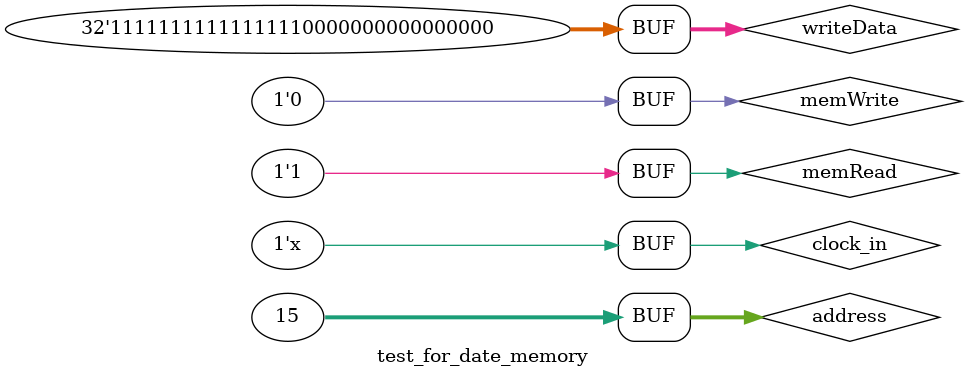
<source format=v>
`timescale 1ns / 1ps


module test_for_date_memory;

	// Inputs
	reg clock_in;
	reg [31:0] address;
	reg [31:0] writeData;
	reg memWrite;
	reg memRead;

	// Outputs
	wire [31:0] readData;

	// Instantiate the Unit Under Test (UUT)
	date_memory uut (
		.clock_in(clock_in), 
		.address(address), 
		.writeData(writeData), 
		.memWrite(memWrite), 
		.memRead(memRead), 
		.readData(readData)
	);
	always 
	     begin 
		   #100; 
			clock_in=~clock_in;
        end	    
	initial begin
		// Initialize Inputs
		clock_in = 0;
		address = 0;
		writeData = 0;
		memWrite = 0;
		memRead = 0;

		// Wait 100 ns for global reset to finish
        
		// Add stimulus here
      #185;
		memWrite=1'b1;
		address=15;
		writeData=-65536;
		#250;
		memRead = 1'b1;
		memWrite = 1'b0;
	end
//always #100 clock_in=~clock_in;
endmodule


</source>
